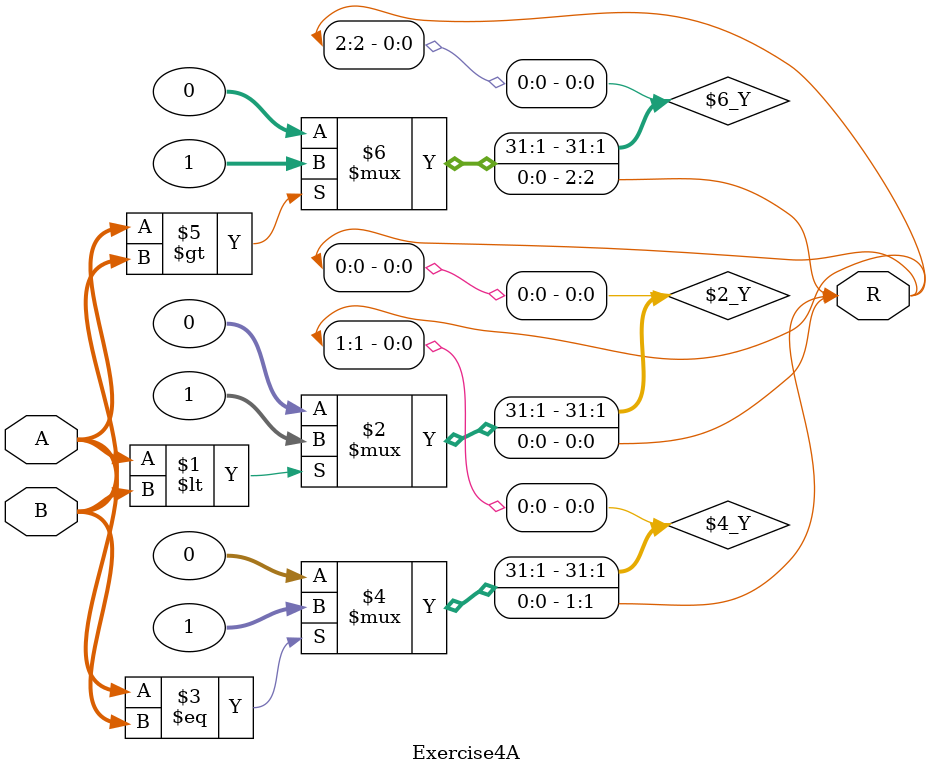
<source format=v>

module Exercise4A(R, A, B);
		input [3:0]A;
		input [3:0]B;
		output [2:0]R;
		
		assign R[0] = (A < B) ? 1 :  0;
		assign R[1] = (A == B) ? 1 :  0;
		assign R[2] = (A > B) ? 1 :  0;
		
endmodule

</source>
